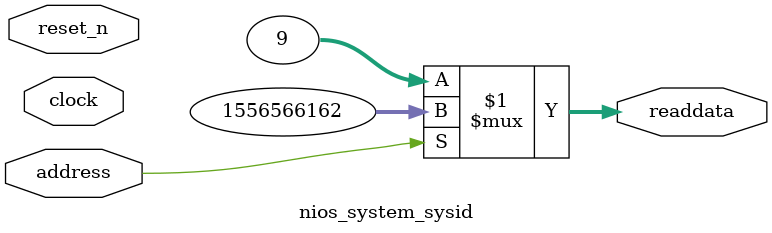
<source format=v>



// synthesis translate_off
`timescale 1ns / 1ps
// synthesis translate_on

// turn off superfluous verilog processor warnings 
// altera message_level Level1 
// altera message_off 10034 10035 10036 10037 10230 10240 10030 

module nios_system_sysid (
               // inputs:
                address,
                clock,
                reset_n,

               // outputs:
                readdata
             )
;

  output  [ 31: 0] readdata;
  input            address;
  input            clock;
  input            reset_n;

  wire    [ 31: 0] readdata;
  //control_slave, which is an e_avalon_slave
  assign readdata = address ? 1556566162 : 9;

endmodule



</source>
